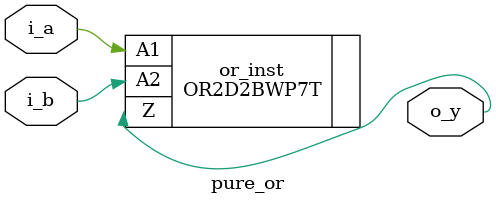
<source format=v>

`timescale 1ns/1ns

module pure_or #(
    parameter DOMAIN_3V0 = 0
  )(
    input  i_a,
    input  i_b,
    output o_y
  );

  OR2D2BWP7T or_inst(
    .A1 (i_a),
    .A2 (i_b),
    .Z  (o_y)
  );

endmodule


</source>
